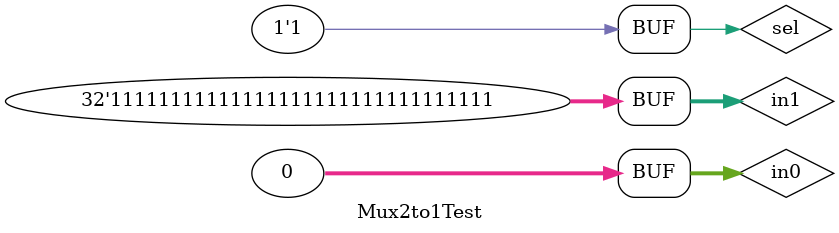
<source format=v>
`timescale 1ns / 1ps


module Mux2to1Test;

	// Inputs
	reg [31:0] in0;
	reg [31:0] in1;
	reg sel;

	// Outputs
	wire [31:0] out;

	// Instantiate the Unit Under Test (UUT)
	Mux2to1 uut (
		.in0(in0), 
		.in1(in1), 
		.sel(sel), 
		.out(out)
	);

	initial begin
		// Initialize Inputs
		in0 = 32'b0;
		in1 = 32'b11111111111111111111111111111111;
		sel = 0;

		// Wait 100 ns for global reset to finish
		#100;
        
		// Add stimulus here
		sel = 1;
		

	end
	
	initial begin
		$monitor("sel:%d, out:%d", sel, out);
	end
      
endmodule


</source>
